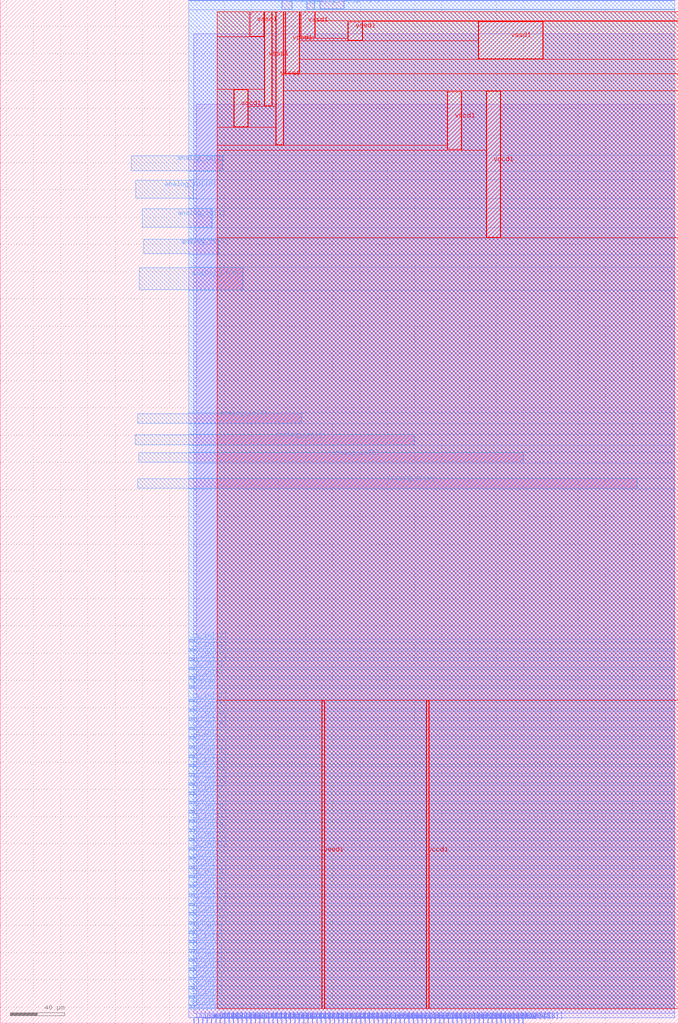
<source format=lef>
VERSION 5.7 ;
  NOWIREEXTENSIONATPIN ON ;
  DIVIDERCHAR "/" ;
  BUSBITCHARS "[]" ;
MACRO wrapper_squared
  CLASS BLOCK ;
  FOREIGN wrapper_squared ;
  ORIGIN 184.070 131.910 ;
  SIZE 497.695 BY 751.490 ;
  PIN io_in[0]
    DIRECTION INPUT ;
    USE SIGNAL ;
    PORT
      LAYER met3 ;
        RECT -45.890 -113.130 -41.890 -111.930 ;
    END
  END io_in[0]
  PIN io_in[13]
    DIRECTION INPUT ;
    USE SIGNAL ;
    PORT
      LAYER met3 ;
        RECT -45.890 -58.730 -41.890 -57.530 ;
    END
  END io_in[13]
  PIN io_in[14]
    DIRECTION INPUT ;
    USE SIGNAL ;
    PORT
      LAYER met3 ;
        RECT -45.890 -51.930 -41.890 -50.730 ;
    END
  END io_in[14]
  PIN io_in[15]
    DIRECTION INPUT ;
    USE SIGNAL ;
    PORT
      LAYER met3 ;
        RECT -45.890 -45.130 -41.890 -43.930 ;
    END
  END io_in[15]
  PIN io_in[16]
    DIRECTION INPUT ;
    USE SIGNAL ;
    PORT
      LAYER met3 ;
        RECT -45.890 -38.330 -41.890 -37.130 ;
    END
  END io_in[16]
  PIN io_in[17]
    DIRECTION INPUT ;
    USE SIGNAL ;
    PORT
      LAYER met3 ;
        RECT -45.890 -31.530 -41.890 -30.330 ;
    END
  END io_in[17]
  PIN io_in[18]
    DIRECTION INPUT ;
    USE SIGNAL ;
    PORT
      LAYER met3 ;
        RECT -45.890 -24.730 -41.890 -23.530 ;
    END
  END io_in[18]
  PIN io_in[19]
    DIRECTION INPUT ;
    USE SIGNAL ;
    PORT
      LAYER met3 ;
        RECT -45.890 -17.930 -41.890 -16.730 ;
    END
  END io_in[19]
  PIN io_in[1]
    DIRECTION INPUT ;
    USE SIGNAL ;
    PORT
      LAYER met3 ;
        RECT -45.890 -106.330 -41.890 -105.130 ;
    END
  END io_in[1]
  PIN io_in[20]
    DIRECTION INPUT ;
    USE SIGNAL ;
    PORT
      LAYER met3 ;
        RECT -45.890 -11.130 -41.890 -9.930 ;
    END
  END io_in[20]
  PIN io_in[21]
    DIRECTION INPUT ;
    USE SIGNAL ;
    PORT
      LAYER met3 ;
        RECT -45.890 -4.330 -41.890 -3.130 ;
    END
  END io_in[21]
  PIN io_in[22]
    DIRECTION INPUT ;
    USE SIGNAL ;
    PORT
      LAYER met3 ;
        RECT -45.890 2.470 -41.890 3.670 ;
    END
  END io_in[22]
  PIN io_in[23]
    DIRECTION INPUT ;
    USE SIGNAL ;
    PORT
      LAYER met3 ;
        RECT -45.890 9.270 -41.890 10.470 ;
    END
  END io_in[23]
  PIN io_in[24]
    DIRECTION INPUT ;
    USE SIGNAL ;
    PORT
      LAYER met3 ;
        RECT -45.890 16.070 -41.890 17.270 ;
    END
  END io_in[24]
  PIN io_in[25]
    DIRECTION INPUT ;
    USE SIGNAL ;
    PORT
      LAYER met3 ;
        RECT -45.890 22.870 -41.890 24.070 ;
    END
  END io_in[25]
  PIN io_in[26]
    DIRECTION INPUT ;
    USE SIGNAL ;
    PORT
      LAYER met3 ;
        RECT -45.890 29.670 -41.890 30.870 ;
    END
  END io_in[26]
  PIN io_in[27]
    DIRECTION INPUT ;
    USE SIGNAL ;
    PORT
      LAYER met3 ;
        RECT -45.890 36.470 -41.890 37.670 ;
    END
  END io_in[27]
  PIN io_in[28]
    DIRECTION INPUT ;
    USE SIGNAL ;
    PORT
      LAYER met3 ;
        RECT -45.890 43.270 -41.890 44.470 ;
    END
  END io_in[28]
  PIN io_in[29]
    DIRECTION INPUT ;
    USE SIGNAL ;
    PORT
      LAYER met3 ;
        RECT -45.890 50.070 -41.890 51.270 ;
    END
  END io_in[29]
  PIN io_in[2]
    DIRECTION INPUT ;
    USE SIGNAL ;
    PORT
      LAYER met3 ;
        RECT -45.890 -99.530 -41.890 -98.330 ;
    END
  END io_in[2]
  PIN io_in[30]
    DIRECTION INPUT ;
    USE SIGNAL ;
    PORT
      LAYER met3 ;
        RECT -45.890 56.870 -41.890 58.070 ;
    END
  END io_in[30]
  PIN io_in[31]
    DIRECTION INPUT ;
    USE SIGNAL ;
    PORT
      LAYER met3 ;
        RECT -45.890 63.670 -41.890 64.870 ;
    END
  END io_in[31]
  PIN io_in[32]
    DIRECTION INPUT ;
    USE SIGNAL ;
    PORT
      LAYER met3 ;
        RECT -45.890 70.470 -41.890 71.670 ;
    END
  END io_in[32]
  PIN io_in[33]
    DIRECTION INPUT ;
    USE SIGNAL ;
    PORT
      LAYER met3 ;
        RECT -45.890 77.270 -41.890 78.470 ;
    END
  END io_in[33]
  PIN io_in[34]
    DIRECTION INPUT ;
    USE SIGNAL ;
    PORT
      LAYER met3 ;
        RECT -45.890 84.070 -41.890 85.270 ;
    END
  END io_in[34]
  PIN io_in[35]
    DIRECTION INPUT ;
    USE SIGNAL ;
    PORT
      LAYER met3 ;
        RECT -45.890 90.870 -41.890 92.070 ;
    END
  END io_in[35]
  PIN io_in[36]
    DIRECTION INPUT ;
    USE SIGNAL ;
    PORT
      LAYER met3 ;
        RECT -45.890 97.670 -41.890 98.870 ;
    END
  END io_in[36]
  PIN io_in[37]
    DIRECTION INPUT ;
    USE SIGNAL ;
    PORT
      LAYER met3 ;
        RECT -45.890 104.470 -41.890 105.670 ;
    END
  END io_in[37]
  PIN io_in[3]
    DIRECTION INPUT ;
    USE SIGNAL ;
    PORT
      LAYER met3 ;
        RECT -45.890 -92.730 -41.890 -91.530 ;
    END
  END io_in[3]
  PIN io_in[4]
    DIRECTION INPUT ;
    USE SIGNAL ;
    PORT
      LAYER met3 ;
        RECT -45.890 -85.930 -41.890 -84.730 ;
    END
  END io_in[4]
  PIN io_in[5]
    DIRECTION INPUT ;
    USE SIGNAL ;
    PORT
      LAYER met3 ;
        RECT -45.890 -79.130 -41.890 -77.930 ;
    END
  END io_in[5]
  PIN io_in[6]
    DIRECTION INPUT ;
    USE SIGNAL ;
    PORT
      LAYER met3 ;
        RECT -45.890 -72.330 -41.890 -71.130 ;
    END
  END io_in[6]
  PIN io_in[7]
    DIRECTION INPUT ;
    USE SIGNAL ;
    PORT
      LAYER met3 ;
        RECT -45.890 -65.530 -41.890 -64.330 ;
    END
  END io_in[7]
  PIN io_oeb[0]
    DIRECTION OUTPUT TRISTATE ;
    USE SIGNAL ;
    PORT
      LAYER met2 ;
        RECT 80.100 -131.910 80.660 -127.905 ;
    END
  END io_oeb[0]
  PIN io_oeb[10]
    DIRECTION OUTPUT TRISTATE ;
    USE SIGNAL ;
    PORT
      LAYER met2 ;
        RECT 112.300 -131.910 112.860 -127.905 ;
    END
  END io_oeb[10]
  PIN io_oeb[11]
    DIRECTION OUTPUT TRISTATE ;
    USE SIGNAL ;
    PORT
      LAYER met2 ;
        RECT 115.520 -131.910 116.080 -127.905 ;
    END
  END io_oeb[11]
  PIN io_oeb[12]
    DIRECTION OUTPUT TRISTATE ;
    USE SIGNAL ;
    PORT
      LAYER met2 ;
        RECT 118.740 -131.910 119.300 -127.905 ;
    END
  END io_oeb[12]
  PIN io_oeb[13]
    DIRECTION OUTPUT TRISTATE ;
    USE SIGNAL ;
    PORT
      LAYER met2 ;
        RECT 121.960 -131.910 122.520 -127.905 ;
    END
  END io_oeb[13]
  PIN io_oeb[14]
    DIRECTION OUTPUT TRISTATE ;
    USE SIGNAL ;
    PORT
      LAYER met2 ;
        RECT 125.180 -131.910 125.740 -127.905 ;
    END
  END io_oeb[14]
  PIN io_oeb[15]
    DIRECTION OUTPUT TRISTATE ;
    USE SIGNAL ;
    PORT
      LAYER met2 ;
        RECT 128.400 -131.910 128.960 -127.905 ;
    END
  END io_oeb[15]
  PIN io_oeb[16]
    DIRECTION OUTPUT TRISTATE ;
    USE SIGNAL ;
    PORT
      LAYER met2 ;
        RECT 131.620 -131.910 132.180 -127.905 ;
    END
  END io_oeb[16]
  PIN io_oeb[17]
    DIRECTION OUTPUT TRISTATE ;
    USE SIGNAL ;
    PORT
      LAYER met2 ;
        RECT 134.840 -131.910 135.400 -127.905 ;
    END
  END io_oeb[17]
  PIN io_oeb[18]
    DIRECTION OUTPUT TRISTATE ;
    USE SIGNAL ;
    PORT
      LAYER met2 ;
        RECT 138.060 -131.910 138.620 -127.905 ;
    END
  END io_oeb[18]
  PIN io_oeb[19]
    DIRECTION OUTPUT TRISTATE ;
    USE SIGNAL ;
    PORT
      LAYER met2 ;
        RECT 141.280 -131.910 141.840 -127.905 ;
    END
  END io_oeb[19]
  PIN io_oeb[1]
    DIRECTION OUTPUT TRISTATE ;
    USE SIGNAL ;
    PORT
      LAYER met2 ;
        RECT 83.320 -131.910 83.880 -127.905 ;
    END
  END io_oeb[1]
  PIN io_oeb[20]
    DIRECTION OUTPUT TRISTATE ;
    USE SIGNAL ;
    PORT
      LAYER met2 ;
        RECT 144.500 -131.910 145.060 -127.905 ;
    END
  END io_oeb[20]
  PIN io_oeb[21]
    DIRECTION OUTPUT TRISTATE ;
    USE SIGNAL ;
    PORT
      LAYER met2 ;
        RECT 147.720 -131.910 148.280 -127.905 ;
    END
  END io_oeb[21]
  PIN io_oeb[22]
    DIRECTION OUTPUT TRISTATE ;
    USE SIGNAL ;
    PORT
      LAYER met2 ;
        RECT 150.940 -131.910 151.500 -127.905 ;
    END
  END io_oeb[22]
  PIN io_oeb[23]
    DIRECTION OUTPUT TRISTATE ;
    USE SIGNAL ;
    PORT
      LAYER met2 ;
        RECT 154.160 -131.910 154.720 -127.905 ;
    END
  END io_oeb[23]
  PIN io_oeb[24]
    DIRECTION OUTPUT TRISTATE ;
    USE SIGNAL ;
    PORT
      LAYER met2 ;
        RECT 157.380 -131.910 157.940 -127.905 ;
    END
  END io_oeb[24]
  PIN io_oeb[25]
    DIRECTION OUTPUT TRISTATE ;
    USE SIGNAL ;
    PORT
      LAYER met2 ;
        RECT 160.600 -131.910 161.160 -127.905 ;
    END
  END io_oeb[25]
  PIN io_oeb[26]
    DIRECTION OUTPUT TRISTATE ;
    USE SIGNAL ;
    PORT
      LAYER met2 ;
        RECT 163.820 -131.910 164.380 -127.905 ;
    END
  END io_oeb[26]
  PIN io_oeb[27]
    DIRECTION OUTPUT TRISTATE ;
    USE SIGNAL ;
    PORT
      LAYER met2 ;
        RECT 167.040 -131.910 167.600 -127.905 ;
    END
  END io_oeb[27]
  PIN io_oeb[28]
    DIRECTION OUTPUT TRISTATE ;
    USE SIGNAL ;
    PORT
      LAYER met2 ;
        RECT 170.260 -131.910 170.820 -127.905 ;
    END
  END io_oeb[28]
  PIN io_oeb[29]
    DIRECTION OUTPUT TRISTATE ;
    USE SIGNAL ;
    PORT
      LAYER met2 ;
        RECT 173.480 -131.910 174.040 -127.905 ;
    END
  END io_oeb[29]
  PIN io_oeb[2]
    DIRECTION OUTPUT TRISTATE ;
    USE SIGNAL ;
    PORT
      LAYER met2 ;
        RECT 86.540 -131.910 87.100 -127.905 ;
    END
  END io_oeb[2]
  PIN io_oeb[30]
    DIRECTION OUTPUT TRISTATE ;
    USE SIGNAL ;
    PORT
      LAYER met2 ;
        RECT 176.700 -131.910 177.260 -127.905 ;
    END
  END io_oeb[30]
  PIN io_oeb[31]
    DIRECTION OUTPUT TRISTATE ;
    USE SIGNAL ;
    PORT
      LAYER met2 ;
        RECT 179.920 -131.910 180.480 -127.905 ;
    END
  END io_oeb[31]
  PIN io_oeb[32]
    DIRECTION OUTPUT TRISTATE ;
    USE SIGNAL ;
    PORT
      LAYER met2 ;
        RECT 183.140 -131.910 183.700 -127.905 ;
    END
  END io_oeb[32]
  PIN io_oeb[33]
    DIRECTION OUTPUT TRISTATE ;
    USE SIGNAL ;
    PORT
      LAYER met2 ;
        RECT 186.360 -131.910 186.920 -127.905 ;
    END
  END io_oeb[33]
  PIN io_oeb[34]
    DIRECTION OUTPUT TRISTATE ;
    USE SIGNAL ;
    PORT
      LAYER met2 ;
        RECT 189.580 -131.910 190.140 -127.905 ;
    END
  END io_oeb[34]
  PIN io_oeb[35]
    DIRECTION OUTPUT TRISTATE ;
    USE SIGNAL ;
    PORT
      LAYER met2 ;
        RECT 192.800 -131.910 193.360 -127.905 ;
    END
  END io_oeb[35]
  PIN io_oeb[36]
    DIRECTION OUTPUT TRISTATE ;
    USE SIGNAL ;
    PORT
      LAYER met2 ;
        RECT 196.020 -131.910 196.580 -127.905 ;
    END
  END io_oeb[36]
  PIN io_oeb[37]
    DIRECTION OUTPUT TRISTATE ;
    USE SIGNAL ;
    PORT
      LAYER met2 ;
        RECT 199.240 -131.910 199.800 -127.905 ;
    END
  END io_oeb[37]
  PIN io_oeb[3]
    DIRECTION OUTPUT TRISTATE ;
    USE SIGNAL ;
    PORT
      LAYER met2 ;
        RECT 89.760 -131.910 90.320 -127.905 ;
    END
  END io_oeb[3]
  PIN io_oeb[4]
    DIRECTION OUTPUT TRISTATE ;
    USE SIGNAL ;
    PORT
      LAYER met2 ;
        RECT 92.980 -131.910 93.540 -127.905 ;
    END
  END io_oeb[4]
  PIN io_oeb[5]
    DIRECTION OUTPUT TRISTATE ;
    USE SIGNAL ;
    PORT
      LAYER met2 ;
        RECT 96.200 -131.910 96.760 -127.905 ;
    END
  END io_oeb[5]
  PIN io_oeb[6]
    DIRECTION OUTPUT TRISTATE ;
    USE SIGNAL ;
    PORT
      LAYER met2 ;
        RECT 99.420 -131.910 99.980 -127.905 ;
    END
  END io_oeb[6]
  PIN io_oeb[7]
    DIRECTION OUTPUT TRISTATE ;
    USE SIGNAL ;
    PORT
      LAYER met2 ;
        RECT 102.640 -131.910 103.200 -127.905 ;
    END
  END io_oeb[7]
  PIN io_oeb[8]
    DIRECTION OUTPUT TRISTATE ;
    USE SIGNAL ;
    PORT
      LAYER met2 ;
        RECT 105.860 -131.910 106.420 -127.905 ;
    END
  END io_oeb[8]
  PIN io_oeb[9]
    DIRECTION OUTPUT TRISTATE ;
    USE SIGNAL ;
    PORT
      LAYER met2 ;
        RECT 109.080 -131.910 109.640 -127.905 ;
    END
  END io_oeb[9]
  PIN io_out[0]
    DIRECTION OUTPUT TRISTATE ;
    USE SIGNAL ;
    PORT
      LAYER met2 ;
        RECT -42.260 -131.910 -41.700 -127.905 ;
    END
  END io_out[0]
  PIN io_out[10]
    DIRECTION OUTPUT TRISTATE ;
    USE SIGNAL ;
    PORT
      LAYER met2 ;
        RECT -10.060 -131.910 -9.500 -127.905 ;
    END
  END io_out[10]
  PIN io_out[11]
    DIRECTION OUTPUT TRISTATE ;
    USE SIGNAL ;
    PORT
      LAYER met2 ;
        RECT -6.840 -131.910 -6.280 -127.905 ;
    END
  END io_out[11]
  PIN io_out[12]
    DIRECTION OUTPUT TRISTATE ;
    USE SIGNAL ;
    PORT
      LAYER met2 ;
        RECT -3.620 -131.910 -3.060 -127.905 ;
    END
  END io_out[12]
  PIN io_out[13]
    DIRECTION OUTPUT TRISTATE ;
    USE SIGNAL ;
    PORT
      LAYER met2 ;
        RECT -0.400 -131.910 0.160 -127.905 ;
    END
  END io_out[13]
  PIN io_out[14]
    DIRECTION OUTPUT TRISTATE ;
    USE SIGNAL ;
    PORT
      LAYER met2 ;
        RECT 2.820 -131.910 3.380 -127.905 ;
    END
  END io_out[14]
  PIN io_out[15]
    DIRECTION OUTPUT TRISTATE ;
    USE SIGNAL ;
    PORT
      LAYER met2 ;
        RECT 6.040 -131.910 6.600 -127.905 ;
    END
  END io_out[15]
  PIN io_out[16]
    DIRECTION OUTPUT TRISTATE ;
    USE SIGNAL ;
    PORT
      LAYER met2 ;
        RECT 9.260 -131.910 9.820 -127.905 ;
    END
  END io_out[16]
  PIN io_out[17]
    DIRECTION OUTPUT TRISTATE ;
    USE SIGNAL ;
    PORT
      LAYER met2 ;
        RECT 12.480 -131.910 13.040 -127.905 ;
    END
  END io_out[17]
  PIN io_out[18]
    DIRECTION OUTPUT TRISTATE ;
    USE SIGNAL ;
    PORT
      LAYER met2 ;
        RECT 15.700 -131.910 16.260 -127.905 ;
    END
  END io_out[18]
  PIN io_out[19]
    DIRECTION OUTPUT TRISTATE ;
    USE SIGNAL ;
    PORT
      LAYER met2 ;
        RECT 18.920 -131.910 19.480 -127.905 ;
    END
  END io_out[19]
  PIN io_out[1]
    DIRECTION OUTPUT TRISTATE ;
    USE SIGNAL ;
    PORT
      LAYER met2 ;
        RECT -39.040 -131.910 -38.480 -127.905 ;
    END
  END io_out[1]
  PIN io_out[20]
    DIRECTION OUTPUT TRISTATE ;
    USE SIGNAL ;
    PORT
      LAYER met2 ;
        RECT 22.140 -131.910 22.700 -127.905 ;
    END
  END io_out[20]
  PIN io_out[21]
    DIRECTION OUTPUT TRISTATE ;
    USE SIGNAL ;
    PORT
      LAYER met2 ;
        RECT 25.360 -131.910 25.920 -127.905 ;
    END
  END io_out[21]
  PIN io_out[22]
    DIRECTION OUTPUT TRISTATE ;
    USE SIGNAL ;
    PORT
      LAYER met2 ;
        RECT 28.580 -131.910 29.140 -127.905 ;
    END
  END io_out[22]
  PIN io_out[23]
    DIRECTION OUTPUT TRISTATE ;
    USE SIGNAL ;
    PORT
      LAYER met2 ;
        RECT 31.800 -131.910 32.360 -127.905 ;
    END
  END io_out[23]
  PIN io_out[24]
    DIRECTION OUTPUT TRISTATE ;
    USE SIGNAL ;
    PORT
      LAYER met2 ;
        RECT 35.020 -131.910 35.580 -127.905 ;
    END
  END io_out[24]
  PIN io_out[25]
    DIRECTION OUTPUT TRISTATE ;
    USE SIGNAL ;
    PORT
      LAYER met2 ;
        RECT 38.240 -131.910 38.800 -127.905 ;
    END
  END io_out[25]
  PIN io_out[26]
    DIRECTION OUTPUT TRISTATE ;
    USE SIGNAL ;
    PORT
      LAYER met2 ;
        RECT 41.460 -131.910 42.020 -127.905 ;
    END
  END io_out[26]
  PIN io_out[27]
    DIRECTION OUTPUT TRISTATE ;
    USE SIGNAL ;
    PORT
      LAYER met2 ;
        RECT 44.680 -131.910 45.240 -127.905 ;
    END
  END io_out[27]
  PIN io_out[28]
    DIRECTION OUTPUT TRISTATE ;
    USE SIGNAL ;
    PORT
      LAYER met2 ;
        RECT 47.900 -131.910 48.460 -127.905 ;
    END
  END io_out[28]
  PIN io_out[29]
    DIRECTION OUTPUT TRISTATE ;
    USE SIGNAL ;
    PORT
      LAYER met2 ;
        RECT 51.120 -131.910 51.680 -127.905 ;
    END
  END io_out[29]
  PIN io_out[2]
    DIRECTION OUTPUT TRISTATE ;
    USE SIGNAL ;
    PORT
      LAYER met2 ;
        RECT -35.820 -131.910 -35.260 -127.905 ;
    END
  END io_out[2]
  PIN io_out[30]
    DIRECTION OUTPUT TRISTATE ;
    USE SIGNAL ;
    PORT
      LAYER met2 ;
        RECT 54.340 -131.910 54.900 -127.905 ;
    END
  END io_out[30]
  PIN io_out[31]
    DIRECTION OUTPUT TRISTATE ;
    USE SIGNAL ;
    PORT
      LAYER met2 ;
        RECT 57.560 -131.910 58.120 -127.905 ;
    END
  END io_out[31]
  PIN io_out[32]
    DIRECTION OUTPUT TRISTATE ;
    USE SIGNAL ;
    PORT
      LAYER met2 ;
        RECT 60.780 -131.910 61.340 -127.905 ;
    END
  END io_out[32]
  PIN io_out[33]
    DIRECTION OUTPUT TRISTATE ;
    USE SIGNAL ;
    PORT
      LAYER met2 ;
        RECT 64.000 -131.910 64.560 -127.905 ;
    END
  END io_out[33]
  PIN io_out[34]
    DIRECTION OUTPUT TRISTATE ;
    USE SIGNAL ;
    PORT
      LAYER met2 ;
        RECT 67.220 -131.910 67.780 -127.905 ;
    END
  END io_out[34]
  PIN io_out[35]
    DIRECTION OUTPUT TRISTATE ;
    USE SIGNAL ;
    PORT
      LAYER met2 ;
        RECT 70.440 -131.910 71.000 -127.905 ;
    END
  END io_out[35]
  PIN io_out[36]
    DIRECTION OUTPUT TRISTATE ;
    USE SIGNAL ;
    PORT
      LAYER met2 ;
        RECT 73.660 -131.910 74.220 -127.905 ;
    END
  END io_out[36]
  PIN io_out[37]
    DIRECTION OUTPUT TRISTATE ;
    USE SIGNAL ;
    PORT
      LAYER met2 ;
        RECT 76.880 -131.910 77.440 -127.905 ;
    END
  END io_out[37]
  PIN io_out[3]
    DIRECTION OUTPUT TRISTATE ;
    USE SIGNAL ;
    PORT
      LAYER met2 ;
        RECT -32.600 -131.910 -32.040 -127.905 ;
    END
  END io_out[3]
  PIN io_out[4]
    DIRECTION OUTPUT TRISTATE ;
    USE SIGNAL ;
    PORT
      LAYER met2 ;
        RECT -29.380 -131.910 -28.820 -127.905 ;
    END
  END io_out[4]
  PIN io_out[5]
    DIRECTION OUTPUT TRISTATE ;
    USE SIGNAL ;
    PORT
      LAYER met2 ;
        RECT -26.160 -131.910 -25.600 -127.905 ;
    END
  END io_out[5]
  PIN io_out[6]
    DIRECTION OUTPUT TRISTATE ;
    USE SIGNAL ;
    PORT
      LAYER met2 ;
        RECT -22.940 -131.910 -22.380 -127.905 ;
    END
  END io_out[6]
  PIN io_out[7]
    DIRECTION OUTPUT TRISTATE ;
    USE SIGNAL ;
    PORT
      LAYER met2 ;
        RECT -19.720 -131.910 -19.160 -127.905 ;
    END
  END io_out[7]
  PIN io_out[8]
    DIRECTION OUTPUT TRISTATE ;
    USE SIGNAL ;
    PORT
      LAYER met2 ;
        RECT -16.500 -131.910 -15.940 -127.905 ;
    END
  END io_out[8]
  PIN io_out[9]
    DIRECTION OUTPUT TRISTATE ;
    USE SIGNAL ;
    PORT
      LAYER met2 ;
        RECT -13.280 -131.910 -12.720 -127.905 ;
    END
  END io_out[9]
  PIN wb_clk_i
    DIRECTION INPUT ;
    USE SIGNAL ;
    PORT
      LAYER met3 ;
        RECT -45.890 -119.930 -41.890 -118.730 ;
    END
  END wb_clk_i
  PIN active
    PORT
      LAYER met3 ;
        RECT -45.895 114.475 -41.895 115.685 ;
    END
  END active
  PIN io_in[8]
    PORT
      LAYER met3 ;
        RECT -45.895 121.275 -41.885 122.465 ;
    END
  END io_in[8]
  PIN io_in[9]
    PORT
      LAYER met3 ;
        RECT -45.895 128.075 -41.895 129.275 ;
    END
  END io_in[9]
  PIN io_in[10]
    PORT
      LAYER met3 ;
        RECT -45.895 134.875 -41.895 136.075 ;
    END
  END io_in[10]
  PIN io_in[11]
    PORT
      LAYER met3 ;
        RECT -45.900 141.675 -41.895 142.870 ;
    END
  END io_in[11]
  PIN io_in[12]
    PORT
      LAYER met3 ;
        RECT -45.895 148.475 -41.895 149.675 ;
    END
  END io_in[12]
  PIN analog_io[9]
    PORT
      LAYER met3 ;
        RECT -79.930 452.500 -28.930 466.040 ;
    END
    PORT
      LAYER met3 ;
        RECT -82.420 279.890 199.760 286.890 ;
    END
  END analog_io[9]
  PIN analog_io[4]
    PORT
      LAYER met3 ;
        RECT 41.190 612.470 46.280 618.960 ;
    END
  END analog_io[4]
  PIN vccd1
    PORT
      LAYER met4 ;
        RECT -12.590 526.200 -2.590 553.440 ;
    END
    PORT
      LAYER met4 ;
        RECT 25.215 565.600 35.215 610.700 ;
    END
    PORT
      LAYER met4 ;
        RECT 144.225 509.645 154.230 552.170 ;
    END
    PORT
      LAYER met4 ;
        RECT 172.755 445.075 182.755 552.420 ;
    END
    PORT
      LAYER met4 ;
        RECT 128.780 -121.250 130.280 104.880 ;
    END
  END vccd1
  PIN vssd1
    PORT
      LAYER met4 ;
        RECT -0.890 592.740 9.110 610.700 ;
    END
    PORT
      LAYER met4 ;
        RECT 36.525 591.870 46.525 610.700 ;
    END
    PORT
      LAYER met4 ;
        RECT 71.335 589.760 81.335 603.580 ;
    END
    PORT
      LAYER met4 ;
        RECT 167.050 576.380 214.120 603.230 ;
    END
    PORT
      LAYER met4 ;
        RECT 52.090 -121.120 53.530 104.950 ;
    END
  END vssd1
  PIN vcca1
    PORT
      LAYER met4 ;
        RECT 18.530 513.050 23.530 610.700 ;
    END
  END vcca1
  PIN vssa1
    PORT
      LAYER met4 ;
        RECT 9.960 541.670 14.960 610.700 ;
    END
  END vssa1
  PIN analog_io[2]
    PORT
      LAYER met3 ;
        RECT 50.530 613.080 67.960 619.580 ;
    END
  END analog_io[2]
  PIN analog_io[3]
    PORT
      LAYER met3 ;
        RECT 22.760 612.480 29.850 618.900 ;
    END
  END analog_io[3]
  PIN analog_io[1]
    PORT
      LAYER met3 ;
        RECT -88.100 494.000 -21.350 505.160 ;
    END
  END analog_io[1]
  PIN analog_io[10]
    PORT
      LAYER met3 ;
        RECT -84.760 473.920 -42.650 486.950 ;
    END
  END analog_io[10]
  PIN analog_io[0]
    PORT
      LAYER met3 ;
        RECT -79.070 432.940 -24.250 443.560 ;
    END
  END analog_io[0]
  PIN analog_io[5]
    PORT
      LAYER met3 ;
        RECT -82.150 406.800 -6.210 422.785 ;
    END
  END analog_io[5]
  PIN analog_io[7]
    PORT
      LAYER met3 ;
        RECT -83.220 308.810 36.830 315.810 ;
    END
  END analog_io[7]
  PIN analog_io[6]
    PORT
      LAYER met3 ;
        RECT -85.145 292.965 119.580 300.055 ;
    END
  END analog_io[6]
  PIN analog_io[8]
    PORT
      LAYER met3 ;
        RECT -83.310 261.080 282.875 268.080 ;
    END
  END analog_io[8]
  OBS
      LAYER li1 ;
        RECT -40.370 -121.115 310.680 542.940 ;
      LAYER met1 ;
        RECT -42.140 -124.390 310.710 594.730 ;
      LAYER met2 ;
        RECT -45.895 -127.625 310.870 619.020 ;
        RECT -45.895 -127.905 -42.540 -127.625 ;
        RECT -41.420 -127.905 -39.320 -127.625 ;
        RECT -38.200 -127.905 -36.100 -127.625 ;
        RECT -34.980 -127.905 -32.880 -127.625 ;
        RECT -31.760 -127.905 -29.660 -127.625 ;
        RECT -28.540 -127.905 -26.440 -127.625 ;
        RECT -25.320 -127.905 -23.220 -127.625 ;
        RECT -22.100 -127.905 -20.000 -127.625 ;
        RECT -18.880 -127.905 -16.780 -127.625 ;
        RECT -15.660 -127.905 -13.560 -127.625 ;
        RECT -12.440 -127.905 -10.340 -127.625 ;
        RECT -9.220 -127.905 -7.120 -127.625 ;
        RECT -6.000 -127.905 -3.900 -127.625 ;
        RECT -2.780 -127.905 -0.680 -127.625 ;
        RECT 0.440 -127.905 2.540 -127.625 ;
        RECT 3.660 -127.905 5.760 -127.625 ;
        RECT 6.880 -127.905 8.980 -127.625 ;
        RECT 10.100 -127.905 12.200 -127.625 ;
        RECT 13.320 -127.905 15.420 -127.625 ;
        RECT 16.540 -127.905 18.640 -127.625 ;
        RECT 19.760 -127.905 21.860 -127.625 ;
        RECT 22.980 -127.905 25.080 -127.625 ;
        RECT 26.200 -127.905 28.300 -127.625 ;
        RECT 29.420 -127.905 31.520 -127.625 ;
        RECT 32.640 -127.905 34.740 -127.625 ;
        RECT 35.860 -127.905 37.960 -127.625 ;
        RECT 39.080 -127.905 41.180 -127.625 ;
        RECT 42.300 -127.905 44.400 -127.625 ;
        RECT 45.520 -127.905 47.620 -127.625 ;
        RECT 48.740 -127.905 50.840 -127.625 ;
        RECT 51.960 -127.905 54.060 -127.625 ;
        RECT 55.180 -127.905 57.280 -127.625 ;
        RECT 58.400 -127.905 60.500 -127.625 ;
        RECT 61.620 -127.905 63.720 -127.625 ;
        RECT 64.840 -127.905 66.940 -127.625 ;
        RECT 68.060 -127.905 70.160 -127.625 ;
        RECT 71.280 -127.905 73.380 -127.625 ;
        RECT 74.500 -127.905 76.600 -127.625 ;
        RECT 77.720 -127.905 79.820 -127.625 ;
        RECT 80.940 -127.905 83.040 -127.625 ;
        RECT 84.160 -127.905 86.260 -127.625 ;
        RECT 87.380 -127.905 89.480 -127.625 ;
        RECT 90.600 -127.905 92.700 -127.625 ;
        RECT 93.820 -127.905 95.920 -127.625 ;
        RECT 97.040 -127.905 99.140 -127.625 ;
        RECT 100.260 -127.905 102.360 -127.625 ;
        RECT 103.480 -127.905 105.580 -127.625 ;
        RECT 106.700 -127.905 108.800 -127.625 ;
        RECT 109.920 -127.905 112.020 -127.625 ;
        RECT 113.140 -127.905 115.240 -127.625 ;
        RECT 116.360 -127.905 118.460 -127.625 ;
        RECT 119.580 -127.905 121.680 -127.625 ;
        RECT 122.800 -127.905 124.900 -127.625 ;
        RECT 126.020 -127.905 128.120 -127.625 ;
        RECT 129.240 -127.905 131.340 -127.625 ;
        RECT 132.460 -127.905 134.560 -127.625 ;
        RECT 135.680 -127.905 137.780 -127.625 ;
        RECT 138.900 -127.905 141.000 -127.625 ;
        RECT 142.120 -127.905 144.220 -127.625 ;
        RECT 145.340 -127.905 147.440 -127.625 ;
        RECT 148.560 -127.905 150.660 -127.625 ;
        RECT 151.780 -127.905 153.880 -127.625 ;
        RECT 155.000 -127.905 157.100 -127.625 ;
        RECT 158.220 -127.905 160.320 -127.625 ;
        RECT 161.440 -127.905 163.540 -127.625 ;
        RECT 164.660 -127.905 166.760 -127.625 ;
        RECT 167.880 -127.905 169.980 -127.625 ;
        RECT 171.100 -127.905 173.200 -127.625 ;
        RECT 174.320 -127.905 176.420 -127.625 ;
        RECT 177.540 -127.905 179.640 -127.625 ;
        RECT 180.760 -127.905 182.860 -127.625 ;
        RECT 183.980 -127.905 186.080 -127.625 ;
        RECT 187.200 -127.905 189.300 -127.625 ;
        RECT 190.420 -127.905 192.520 -127.625 ;
        RECT 193.640 -127.905 195.740 -127.625 ;
        RECT 196.860 -127.905 198.960 -127.625 ;
        RECT 200.080 -127.905 310.870 -127.625 ;
      LAYER met3 ;
        RECT -45.895 612.080 22.360 618.960 ;
        RECT 30.250 612.080 40.790 618.960 ;
        RECT -45.895 612.070 40.790 612.080 ;
        RECT 46.680 612.680 50.130 618.960 ;
        RECT 68.360 612.680 310.870 618.960 ;
        RECT 46.680 612.070 310.870 612.680 ;
        RECT -45.895 505.560 310.870 612.070 ;
        RECT -20.950 493.600 310.870 505.560 ;
        RECT -45.895 487.350 310.870 493.600 ;
        RECT -42.250 473.520 310.870 487.350 ;
        RECT -45.895 466.440 310.870 473.520 ;
        RECT -28.530 452.100 310.870 466.440 ;
        RECT -45.895 443.960 310.870 452.100 ;
        RECT -23.850 432.540 310.870 443.960 ;
        RECT -45.895 423.185 310.870 432.540 ;
        RECT -5.810 406.400 310.870 423.185 ;
        RECT -45.895 316.210 310.870 406.400 ;
        RECT 37.230 308.410 310.870 316.210 ;
        RECT -45.895 300.455 310.870 308.410 ;
        RECT 119.980 292.565 310.870 300.455 ;
        RECT -45.895 287.290 310.870 292.565 ;
        RECT 200.160 279.490 310.870 287.290 ;
        RECT -45.895 268.480 310.870 279.490 ;
        RECT 283.275 260.680 310.870 268.480 ;
        RECT -45.895 150.075 310.870 260.680 ;
        RECT -41.495 148.075 310.870 150.075 ;
        RECT -45.895 143.270 310.870 148.075 ;
        RECT -41.495 141.275 310.870 143.270 ;
        RECT -45.895 136.475 310.870 141.275 ;
        RECT -41.495 134.475 310.870 136.475 ;
        RECT -45.895 129.675 310.870 134.475 ;
        RECT -41.495 127.675 310.870 129.675 ;
        RECT -45.895 122.865 310.870 127.675 ;
        RECT -41.485 120.875 310.870 122.865 ;
        RECT -45.895 116.085 310.870 120.875 ;
        RECT -41.495 114.075 310.870 116.085 ;
        RECT -45.895 106.070 310.870 114.075 ;
        RECT -41.490 104.070 310.870 106.070 ;
        RECT -45.895 99.270 310.870 104.070 ;
        RECT -41.490 97.270 310.870 99.270 ;
        RECT -45.895 92.470 310.870 97.270 ;
        RECT -41.490 90.470 310.870 92.470 ;
        RECT -45.895 85.670 310.870 90.470 ;
        RECT -41.490 83.670 310.870 85.670 ;
        RECT -45.895 78.870 310.870 83.670 ;
        RECT -41.490 76.870 310.870 78.870 ;
        RECT -45.895 72.070 310.870 76.870 ;
        RECT -41.490 70.070 310.870 72.070 ;
        RECT -45.895 65.270 310.870 70.070 ;
        RECT -41.490 63.270 310.870 65.270 ;
        RECT -45.895 58.470 310.870 63.270 ;
        RECT -41.490 56.470 310.870 58.470 ;
        RECT -45.895 51.670 310.870 56.470 ;
        RECT -41.490 49.670 310.870 51.670 ;
        RECT -45.895 44.870 310.870 49.670 ;
        RECT -41.490 42.870 310.870 44.870 ;
        RECT -45.895 38.070 310.870 42.870 ;
        RECT -41.490 36.070 310.870 38.070 ;
        RECT -45.895 31.270 310.870 36.070 ;
        RECT -41.490 29.270 310.870 31.270 ;
        RECT -45.895 24.470 310.870 29.270 ;
        RECT -41.490 22.470 310.870 24.470 ;
        RECT -45.895 17.670 310.870 22.470 ;
        RECT -41.490 15.670 310.870 17.670 ;
        RECT -45.895 10.870 310.870 15.670 ;
        RECT -41.490 8.870 310.870 10.870 ;
        RECT -45.895 4.070 310.870 8.870 ;
        RECT -41.490 2.070 310.870 4.070 ;
        RECT -45.895 -2.730 310.870 2.070 ;
        RECT -41.490 -4.730 310.870 -2.730 ;
        RECT -45.895 -9.530 310.870 -4.730 ;
        RECT -41.490 -11.530 310.870 -9.530 ;
        RECT -45.895 -16.330 310.870 -11.530 ;
        RECT -41.490 -18.330 310.870 -16.330 ;
        RECT -45.895 -23.130 310.870 -18.330 ;
        RECT -41.490 -25.130 310.870 -23.130 ;
        RECT -45.895 -29.930 310.870 -25.130 ;
        RECT -41.490 -31.930 310.870 -29.930 ;
        RECT -45.895 -36.730 310.870 -31.930 ;
        RECT -41.490 -38.730 310.870 -36.730 ;
        RECT -45.895 -43.530 310.870 -38.730 ;
        RECT -41.490 -45.530 310.870 -43.530 ;
        RECT -45.895 -50.330 310.870 -45.530 ;
        RECT -41.490 -52.330 310.870 -50.330 ;
        RECT -45.895 -57.130 310.870 -52.330 ;
        RECT -41.490 -59.130 310.870 -57.130 ;
        RECT -45.895 -63.930 310.870 -59.130 ;
        RECT -41.490 -65.930 310.870 -63.930 ;
        RECT -45.895 -70.730 310.870 -65.930 ;
        RECT -41.490 -72.730 310.870 -70.730 ;
        RECT -45.895 -77.530 310.870 -72.730 ;
        RECT -41.490 -79.530 310.870 -77.530 ;
        RECT -45.895 -84.330 310.870 -79.530 ;
        RECT -41.490 -86.330 310.870 -84.330 ;
        RECT -45.895 -91.130 310.870 -86.330 ;
        RECT -41.490 -93.130 310.870 -91.130 ;
        RECT -45.895 -97.930 310.870 -93.130 ;
        RECT -41.490 -99.930 310.870 -97.930 ;
        RECT -45.895 -104.730 310.870 -99.930 ;
        RECT -41.490 -106.730 310.870 -104.730 ;
        RECT -45.895 -111.530 310.870 -106.730 ;
        RECT -41.490 -113.530 310.870 -111.530 ;
        RECT -45.895 -118.330 310.870 -113.530 ;
        RECT -41.490 -120.330 310.870 -118.330 ;
        RECT -45.895 -121.195 310.870 -120.330 ;
      LAYER met4 ;
        RECT -24.850 592.340 -1.290 610.700 ;
        RECT 9.510 592.340 9.560 610.700 ;
        RECT -24.850 553.840 9.560 592.340 ;
        RECT -24.850 525.800 -12.990 553.840 ;
        RECT -2.190 541.270 9.560 553.840 ;
        RECT 15.360 541.270 18.130 610.700 ;
        RECT -2.190 525.800 18.130 541.270 ;
        RECT -24.850 512.650 18.130 525.800 ;
        RECT 23.930 565.200 24.815 610.700 ;
        RECT 35.615 591.470 36.125 610.700 ;
        RECT 46.925 603.980 313.625 610.700 ;
        RECT 46.925 591.470 70.935 603.980 ;
        RECT 35.615 589.360 70.935 591.470 ;
        RECT 81.735 603.630 313.625 603.980 ;
        RECT 81.735 589.360 166.650 603.630 ;
        RECT 35.615 575.980 166.650 589.360 ;
        RECT 214.520 575.980 313.625 603.630 ;
        RECT 35.615 565.200 313.625 575.980 ;
        RECT 23.930 552.820 313.625 565.200 ;
        RECT 23.930 552.570 172.355 552.820 ;
        RECT 23.930 512.650 143.825 552.570 ;
        RECT -24.850 509.245 143.825 512.650 ;
        RECT 154.630 509.245 172.355 552.570 ;
        RECT -24.850 444.675 172.355 509.245 ;
        RECT 183.155 444.675 313.625 552.820 ;
        RECT -24.850 105.350 313.625 444.675 ;
        RECT -24.850 -121.270 51.690 105.350 ;
        RECT 53.930 105.280 313.625 105.350 ;
        RECT 53.930 -121.270 128.380 105.280 ;
        RECT 130.680 -121.270 313.625 105.280 ;
  END
END wrapper_squared
END LIBRARY


</source>
